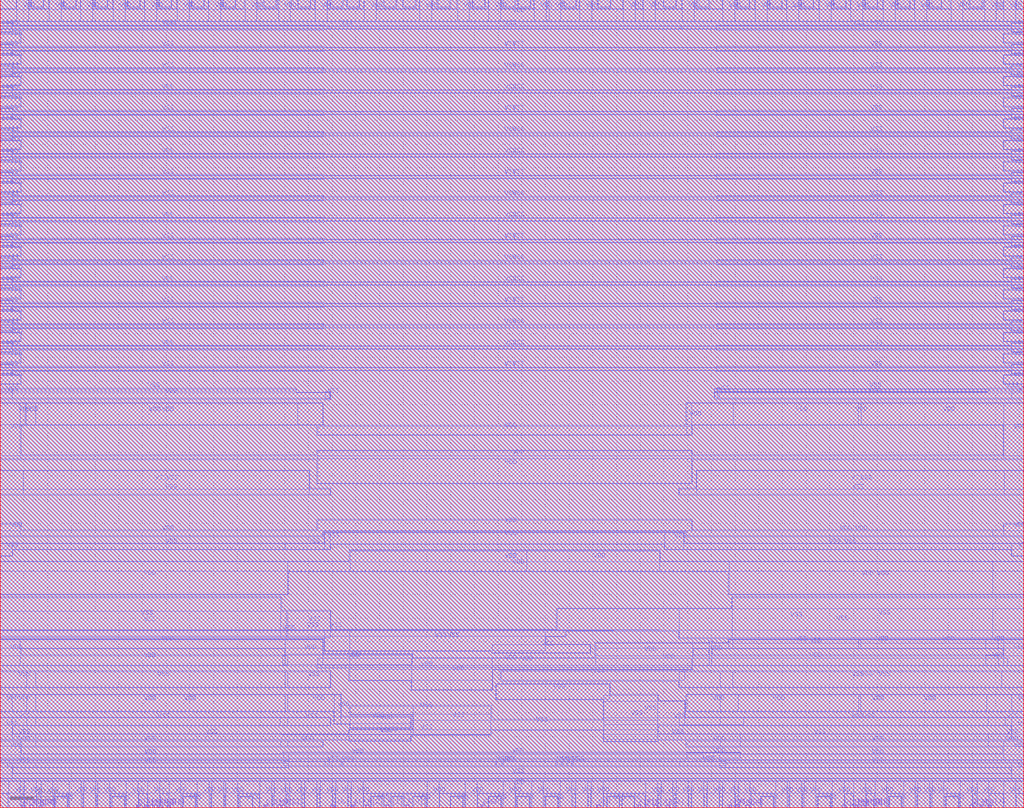
<source format=lef>
# Copyright 2022 GlobalFoundries PDK Authors
#
# Licensed under the Apache License, Version 2.0 (the "License");
# you may not use this file except in compliance with the License.
# You may obtain a copy of the License at
#
#     http://www.apache.org/licenses/LICENSE-2.0
#
# Unless required by applicable law or agreed to in writing, software
# distributed under the License is distributed on an "AS IS" BASIS,
# WITHOUT WARRANTIES OR CONDITIONS OF ANY KIND, either express or implied.
# See the License for the specific language governing permissions and
# limitations under the License.

#=====================================
# Revision: 1.1
#=====================================

VERSION 5.8 ;
BUSBITCHARS "[]" ;
DIVIDERCHAR "/" ;

UNITS
  DATABASE MICRONS   1000 ;
END UNITS

MANUFACTURINGGRID   0.005 ;



MACRO gf180mcu_fd_ip_sram__sram256x8m8wm1
  CLASS BLOCK ;
  ORIGIN 0 0 ;
  FOREIGN gf180mcu_fd_ip_sram__sram256x8m8wm1 0 0 ;
  SIZE 431.86 BY 340.88 ;
  SYMMETRY X Y R90 ;
  PIN A[0]
    DIRECTION INPUT ;
    USE SIGNAL ;
    ANTENNADIFFAREA 1.9976 LAYER Metal2 ;
    PORT
      LAYER Metal2 ;
        RECT 171.215 0 172.335 1 ;
    END
  END A[0]
  PIN A[1]
    DIRECTION INPUT ;
    USE SIGNAL ;
    ANTENNADIFFAREA 1.9976 LAYER Metal2 ;
    PORT
      LAYER Metal2 ;
        RECT 162.76 0 163.88 1 ;
    END
  END A[1]
  PIN A[2]
    DIRECTION INPUT ;
    USE SIGNAL ;
    ANTENNADIFFAREA 1.9976 LAYER Metal2 ;
    PORT
      LAYER Metal2 ;
        RECT 154.295 0 155.415 1 ;
    END
  END A[2]
  PIN A[3]
    DIRECTION INPUT ;
    USE SIGNAL ;
    ANTENNADIFFAREA 1.9976 LAYER Metal2 ;
    PORT
      LAYER Metal2 ;
        RECT 281.325 0 282.445 1 ;
    END
  END A[3]
  PIN A[4]
    DIRECTION INPUT ;
    USE SIGNAL ;
    ANTENNADIFFAREA 1.9976 LAYER Metal2 ;
    PORT
      LAYER Metal2 ;
        RECT 275.82 0 276.94 1 ;
    END
  END A[4]
  PIN A[5]
    DIRECTION INPUT ;
    USE SIGNAL ;
    ANTENNADIFFAREA 1.9976 LAYER Metal2 ;
    PORT
      LAYER Metal2 ;
        RECT 272.085 0 273.205 1 ;
    END
  END A[5]
  PIN A[6]
    DIRECTION INPUT ;
    USE SIGNAL ;
    ANTENNADIFFAREA 1.9976 LAYER Metal2 ;
    PORT
      LAYER Metal2 ;
        RECT 268.86 0 269.98 1 ;
    END
  END A[6]
  PIN A[7]
    DIRECTION INPUT ;
    USE SIGNAL ;
    ANTENNADIFFAREA 1.9976 LAYER Metal2 ;
    PORT
      LAYER Metal2 ;
        RECT 148.525 0 149.645 1 ;
    END
  END A[7]
  PIN CEN
    DIRECTION INPUT ;
    USE SIGNAL ;
    ANTENNADIFFAREA 1.9976 LAYER Metal2 ;
    PORT
      LAYER Metal2 ;
        RECT 251.71 0 252.83 1 ;
    END
  END CEN
  PIN CLK
    DIRECTION INPUT ;
    USE SIGNAL ;
      ANTENNAGATEAREA 44.7066 LAYER Metal3 ;
      ANTENNAGATEAREA 2.8680 LAYER Metal2 ;
    PORT
      LAYER Metal2 ;
        RECT 139.68 0 140.8 1 ;
    END
  END CLK
  PIN D[0]
    DIRECTION INPUT ;
    USE SIGNAL ;
      ANTENNAGATEAREA 1.152 LAYER Metal2 ;
    PORT
      LAYER Metal2 ;
        RECT 9.32 0 10.44 1 ;
    END
  END D[0]
  PIN D[1]
    DIRECTION INPUT ;
    USE SIGNAL ;
      ANTENNAGATEAREA 1.152 LAYER Metal2 ;
    PORT
      LAYER Metal2 ;
        RECT 61.03 0 62.15 1 ;
    END
  END D[1]
  PIN D[2]
    DIRECTION INPUT ;
    USE SIGNAL ;
      ANTENNAGATEAREA 1.152 LAYER Metal2 ;
    PORT
      LAYER Metal2 ;
        RECT 67.27 0 68.39 1 ;
    END
  END D[2]
  PIN D[3]
    DIRECTION INPUT ;
    USE SIGNAL ;
      ANTENNAGATEAREA 1.152 LAYER Metal2 ;
    PORT
      LAYER Metal2 ;
        RECT 118.975 0 120.095 1 ;
    END
  END D[3]
  PIN D[4]
    DIRECTION INPUT ;
    USE SIGNAL ;
      ANTENNAGATEAREA 1.152 LAYER Metal2 ;
    PORT
      LAYER Metal2 ;
        RECT 307.235 0 308.355 1 ;
    END
  END D[4]
  PIN D[5]
    DIRECTION INPUT ;
    USE SIGNAL ;
      ANTENNAGATEAREA 1.152 LAYER Metal2 ;
    PORT
      LAYER Metal2 ;
        RECT 358.91 0 360.03 1 ;
    END
  END D[5]
  PIN D[6]
    DIRECTION INPUT ;
    USE SIGNAL ;
      ANTENNAGATEAREA 1.152 LAYER Metal2 ;
    PORT
      LAYER Metal2 ;
        RECT 365.15 0 366.27 1 ;
    END
  END D[6]
  PIN D[7]
    DIRECTION INPUT ;
    USE SIGNAL ;
      ANTENNAGATEAREA 1.152 LAYER Metal2 ;
    PORT
      LAYER Metal2 ;
        RECT 416.86 0 417.98 1 ;
    END
  END D[7]
  PIN GWEN
    DIRECTION INPUT ;
    USE SIGNAL ;
      ANTENNAGATEAREA 14.466 LAYER Metal2 ;
    PORT
      LAYER Metal2 ;
        RECT 202.94 0 204.06 1 ;
    END
  END GWEN
  PIN Q[0]
    DIRECTION OUTPUT ;
    USE SIGNAL ;
    ANTENNADIFFAREA 11.328 LAYER Metal2 ;
    PORT
      LAYER Metal2 ;
        RECT 16.9 0 18.02 1 ;
    END
  END Q[0]
  PIN Q[1]
    DIRECTION OUTPUT ;
    USE SIGNAL ;
    ANTENNADIFFAREA 11.328 LAYER Metal2 ;
    PORT
      LAYER Metal2 ;
        RECT 57.665 0 58.785 1 ;
    END
  END Q[1]
  PIN Q[2]
    DIRECTION OUTPUT ;
    USE SIGNAL ;
    ANTENNADIFFAREA 11.328 LAYER Metal2 ;
    PORT
      LAYER Metal2 ;
        RECT 70.635 0 71.755 1 ;
    END
  END Q[2]
  PIN Q[3]
    DIRECTION OUTPUT ;
    USE SIGNAL ;
    ANTENNADIFFAREA 11.328 LAYER Metal2 ;
    PORT
      LAYER Metal2 ;
        RECT 111.395 0 112.515 1 ;
    END
  END Q[3]
  PIN Q[4]
    DIRECTION OUTPUT ;
    USE SIGNAL ;
    ANTENNADIFFAREA 11.328 LAYER Metal2 ;
    PORT
      LAYER Metal2 ;
        RECT 314.79 0 315.91 1 ;
    END
  END Q[4]
  PIN Q[5]
    DIRECTION OUTPUT ;
    USE SIGNAL ;
    ANTENNADIFFAREA 11.328 LAYER Metal2 ;
    PORT
      LAYER Metal2 ;
        RECT 355.545 0 356.665 1 ;
    END
  END Q[5]
  PIN Q[6]
    DIRECTION OUTPUT ;
    USE SIGNAL ;
    ANTENNADIFFAREA 11.328 LAYER Metal2 ;
    PORT
      LAYER Metal2 ;
        RECT 368.515 0 369.635 1 ;
    END
  END Q[6]
  PIN Q[7]
    DIRECTION OUTPUT ;
    USE SIGNAL ;
    ANTENNADIFFAREA 11.328 LAYER Metal2 ;
    PORT
      LAYER Metal2 ;
        RECT 409.275 0 410.395 1 ;
    END
  END Q[7]
  PIN WEN[0]
    DIRECTION INPUT ;
    USE SIGNAL ;
      ANTENNAGATEAREA 1.938 LAYER Metal2 ;
    PORT
      LAYER Metal2 ;
        RECT 12.695 0 13.815 1 ;
    END
  END WEN[0]
  PIN WEN[1]
    DIRECTION INPUT ;
    USE SIGNAL ;
      ANTENNAGATEAREA 1.938 LAYER Metal2 ;
    PORT
      LAYER Metal2 ;
        RECT 63.02 0 64.14 1 ;
    END
  END WEN[1]
  PIN WEN[2]
    DIRECTION INPUT ;
    USE SIGNAL ;
      ANTENNAGATEAREA 1.938 LAYER Metal2 ;
    PORT
      LAYER Metal2 ;
        RECT 65.27 0 66.39 1 ;
    END
  END WEN[2]
  PIN WEN[3]
    DIRECTION INPUT ;
    USE SIGNAL ;
      ANTENNAGATEAREA 1.938 LAYER Metal2 ;
    PORT
      LAYER Metal2 ;
        RECT 117.02 0 118.14 1 ;
    END
  END WEN[3]
  PIN WEN[4]
    DIRECTION INPUT ;
    USE SIGNAL ;
      ANTENNAGATEAREA 1.938 LAYER Metal2 ;
    PORT
      LAYER Metal2 ;
        RECT 310.575 0 311.695 1 ;
    END
  END WEN[4]
  PIN WEN[5]
    DIRECTION INPUT ;
    USE SIGNAL ;
      ANTENNAGATEAREA 1.938 LAYER Metal2 ;
    PORT
      LAYER Metal2 ;
        RECT 360.9 0 362.02 1 ;
    END
  END WEN[5]
  PIN WEN[6]
    DIRECTION INPUT ;
    USE SIGNAL ;
      ANTENNAGATEAREA 1.938 LAYER Metal2 ;
    PORT
      LAYER Metal2 ;
        RECT 363.15 0 364.27 1 ;
    END
  END WEN[6]
  PIN WEN[7]
    DIRECTION INPUT ;
    USE SIGNAL ;
      ANTENNAGATEAREA 1.938 LAYER Metal2 ;
    PORT
      LAYER Metal2 ;
        RECT 413.475 0 414.595 1 ;
    END
  END WEN[7]
  PIN VDD
    DIRECTION INOUT ;
    USE POWER ;
    PORT
      LAYER Metal3 ;
        RECT 0 322.88 8.53 326.38 ;
    END
    PORT
      LAYER Metal3 ;
        RECT 0 313.88 8.53 317.38 ;
    END
    PORT
      LAYER Metal3 ;
        RECT 0 304.88 8.53 308.38 ;
    END
    PORT
      LAYER Metal3 ;
        RECT 0 295.88 8.53 299.38 ;
    END
    PORT
      LAYER Metal3 ;
        RECT 0 286.88 8.53 290.38 ;
    END
    PORT
      LAYER Metal3 ;
        RECT 0 277.88 8.53 281.38 ;
    END
    PORT
      LAYER Metal3 ;
        RECT 0 268.88 8.53 272.38 ;
    END
    PORT
      LAYER Metal3 ;
        RECT 0 259.88 8.53 263.38 ;
    END
    PORT
      LAYER Metal3 ;
        RECT 0 250.88 8.53 254.38 ;
    END
    PORT
      LAYER Metal3 ;
        RECT 0 241.88 8.53 245.38 ;
    END
    PORT
      LAYER Metal3 ;
        RECT 0 232.88 8.53 236.38 ;
    END
    PORT
      LAYER Metal3 ;
        RECT 0 223.88 8.53 227.38 ;
    END
    PORT
      LAYER Metal3 ;
        RECT 0 214.88 8.53 218.38 ;
    END
    PORT
      LAYER Metal3 ;
        RECT 0 205.88 8.53 209.38 ;
    END
    PORT
      LAYER Metal3 ;
        RECT 0 196.88 8.53 200.38 ;
    END
    PORT
      LAYER Metal3 ;
        RECT 0 187.88 8.53 191.38 ;
    END
    PORT
      LAYER Metal3 ;
        RECT 0 178.88 8.53 182.38 ;
    END
    PORT
      LAYER Metal3 ;
        RECT 0 40.76 5.07 47.575 ;
    END
    PORT
      LAYER Metal3 ;
        RECT 0 40.76 15.055 47.57 ;
    END
    PORT
      LAYER Metal3 ;
        RECT 11.13 40.77 143.645 47.575 ;
    END
    PORT
      LAYER Metal3 ;
        RECT 0 40.765 121.25 47.57 ;
    END
    PORT
      LAYER Metal3 ;
        RECT 140.89 35.42 143.645 47.58 ;
    END
    PORT
      LAYER Metal3 ;
        RECT 120.235 40.77 143.645 47.58 ;
    END
    PORT
      LAYER Metal3 ;
        RECT 147.685 33.72 173.11 38.26 ;
    END
    PORT
      LAYER Metal3 ;
        RECT 140.89 35.42 173.11 38.26 ;
    END
    PORT
      LAYER Metal3 ;
        RECT 7.005 331.88 12.005 340.88 ;
    END
    PORT
      LAYER Metal3 ;
        RECT 20.685 331.88 25.685 340.88 ;
    END
    PORT
      LAYER Metal3 ;
        RECT 34.005 331.88 39.005 340.88 ;
    END
    PORT
      LAYER Metal3 ;
        RECT 47.685 331.88 52.685 340.88 ;
    END
    PORT
      LAYER Metal3 ;
        RECT 61.005 331.88 66.005 340.88 ;
    END
    PORT
      LAYER Metal3 ;
        RECT 74.685 331.88 79.685 340.88 ;
    END
    PORT
      LAYER Metal3 ;
        RECT 88.005 331.88 93.005 340.88 ;
    END
    PORT
      LAYER Metal3 ;
        RECT 103.265 331.88 108.265 340.88 ;
    END
    PORT
      LAYER Metal3 ;
        RECT 117.415 331.88 122.415 340.88 ;
    END
    PORT
      LAYER Metal3 ;
        RECT 132.86 331.88 137.86 340.88 ;
    END
    PORT
      LAYER Metal3 ;
        RECT 153.55 331.88 158.55 340.88 ;
    END
    PORT
      LAYER Metal3 ;
        RECT 177.075 331.88 182.075 340.88 ;
    END
    PORT
      LAYER Metal3 ;
        RECT 192.925 331.88 197.925 340.88 ;
    END
    PORT
      LAYER Metal3 ;
        RECT 206.15 331.88 211.15 340.88 ;
    END
    PORT
      LAYER Metal3 ;
        RECT 225.345 331.88 230.345 340.88 ;
    END
    PORT
      LAYER Metal3 ;
        RECT 231.565 331.88 236.565 340.88 ;
    END
    PORT
      LAYER Metal3 ;
        RECT 244.505 331.88 249.505 340.88 ;
    END
    PORT
      LAYER Metal3 ;
        RECT 262.845 331.88 267.845 340.88 ;
    END
    PORT
      LAYER Metal3 ;
        RECT 271.31 331.88 276.31 340.88 ;
    END
    PORT
      LAYER Metal3 ;
        RECT 287.735 331.88 292.735 340.88 ;
    END
    PORT
      LAYER Metal3 ;
        RECT 304.885 331.88 309.885 340.88 ;
    END
    PORT
      LAYER Metal3 ;
        RECT 318.565 331.88 323.565 340.88 ;
    END
    PORT
      LAYER Metal3 ;
        RECT 331.89 331.88 336.89 340.88 ;
    END
    PORT
      LAYER Metal3 ;
        RECT 331.885 337.84 336.89 340.88 ;
    END
    PORT
      LAYER Metal3 ;
        RECT 345.565 331.88 350.565 340.88 ;
    END
    PORT
      LAYER Metal3 ;
        RECT 358.885 331.88 363.885 340.88 ;
    END
    PORT
      LAYER Metal3 ;
        RECT 372.565 331.88 377.565 340.88 ;
    END
    PORT
      LAYER Metal3 ;
        RECT 385.885 331.88 390.885 340.88 ;
    END
    PORT
      LAYER Metal3 ;
        RECT 401.145 331.88 406.145 340.88 ;
    END
    PORT
      LAYER Metal3 ;
        RECT 415.295 331.88 420.295 340.88 ;
    END
    PORT
      LAYER Metal3 ;
        RECT 423.33 331.88 428.33 340.88 ;
    END
    PORT
      LAYER Metal3 ;
        RECT 0 331.88 431.86 336.88 ;
    END
    PORT
      LAYER Metal3 ;
        RECT 423.33 322.88 431.86 326.38 ;
    END
    PORT
      LAYER Metal3 ;
        RECT 423.33 313.88 431.86 317.38 ;
    END
    PORT
      LAYER Metal3 ;
        RECT 423.33 304.88 431.86 308.38 ;
    END
    PORT
      LAYER Metal3 ;
        RECT 423.33 295.88 431.86 299.38 ;
    END
    PORT
      LAYER Metal3 ;
        RECT 423.33 286.88 431.86 290.38 ;
    END
    PORT
      LAYER Metal3 ;
        RECT 423.33 277.88 431.86 281.38 ;
    END
    PORT
      LAYER Metal3 ;
        RECT 423.33 268.88 431.86 272.38 ;
    END
    PORT
      LAYER Metal3 ;
        RECT 423.33 259.88 431.86 263.38 ;
    END
    PORT
      LAYER Metal3 ;
        RECT 423.33 250.88 431.86 254.38 ;
    END
    PORT
      LAYER Metal3 ;
        RECT 423.33 241.88 431.86 245.38 ;
    END
    PORT
      LAYER Metal3 ;
        RECT 423.33 232.88 431.86 236.38 ;
    END
    PORT
      LAYER Metal3 ;
        RECT 423.33 223.88 431.86 227.38 ;
    END
    PORT
      LAYER Metal3 ;
        RECT 423.33 214.88 431.86 218.38 ;
    END
    PORT
      LAYER Metal3 ;
        RECT 423.33 205.88 431.86 209.38 ;
    END
    PORT
      LAYER Metal3 ;
        RECT 423.33 196.88 431.86 200.38 ;
    END
    PORT
      LAYER Metal3 ;
        RECT 423.33 187.88 431.86 191.38 ;
    END
    PORT
      LAYER Metal3 ;
        RECT 423.33 178.88 431.86 182.38 ;
    END
    PORT
      LAYER Metal3 ;
        RECT 0 147.15 8.53 170.625 ;
    END
    PORT
      LAYER Metal3 ;
        RECT 10.475 161.575 10.94 170.63 ;
    END
    PORT
      LAYER Metal3 ;
        RECT 0 161.575 15.055 170.625 ;
    END
    PORT
      LAYER Metal3 ;
        RECT 0 161.58 125.425 170.625 ;
    END
    PORT
      LAYER Metal3 ;
        RECT 0 161.59 136.07 170.62 ;
    END
    PORT
      LAYER Metal3 ;
        RECT 133.86 157.43 291.755 160.995 ;
    END
    PORT
      LAYER Metal3 ;
        RECT 133.86 136.91 291.755 150.525 ;
    END
    PORT
      LAYER Metal3 ;
        RECT 289.54 157.43 291.755 170.62 ;
    END
    PORT
      LAYER Metal3 ;
        RECT 309.265 161.575 361.915 170.625 ;
    END
    PORT
      LAYER Metal3 ;
        RECT 289.54 161.575 431.86 170.62 ;
    END
    PORT
      LAYER Metal3 ;
        RECT 0 147.15 431.86 148.57 ;
    END
    PORT
      LAYER Metal3 ;
        RECT 423.33 147.15 431.86 170.625 ;
    END
    PORT
      LAYER Metal3 ;
        RECT 363.265 161.575 431.86 170.625 ;
    END
    PORT
      LAYER Metal3 ;
        RECT 0 114.69 8.53 119.69 ;
    END
    PORT
      LAYER Metal3 ;
        RECT 0 114.69 136.07 116.9 ;
    END
    PORT
      LAYER Metal3 ;
        RECT 133.85 116.85 291.74 121.39 ;
    END
    PORT
      LAYER Metal3 ;
        RECT 289.54 114.685 418.815 116.9 ;
    END
    PORT
      LAYER Metal3 ;
        RECT 289.54 114.69 431.86 116.9 ;
    END
    PORT
      LAYER Metal3 ;
        RECT 423.33 114.69 431.86 119.69 ;
    END
    PORT
      LAYER Metal3 ;
        RECT 0 90.08 121.25 103.695 ;
    END
    PORT
      LAYER Metal3 ;
        RECT 147.565 99.845 278.225 108.125 ;
    END
    PORT
      LAYER Metal3 ;
        RECT 147.605 99.845 278.225 108.535 ;
    END
    PORT
      LAYER Metal3 ;
        RECT 222.16 99.845 278.225 108.54 ;
    END
    PORT
      LAYER Metal3 ;
        RECT 307.51 90.075 418.815 103.695 ;
    END
    PORT
      LAYER Metal3 ;
        RECT 307.51 90.08 431.86 103.695 ;
    END
    PORT
      LAYER Metal3 ;
        RECT 0 99.845 431.86 103.695 ;
    END
    PORT
      LAYER Metal3 ;
        RECT 0 60.18 8.53 70.89 ;
    END
    PORT
      LAYER Metal3 ;
        RECT 119.105 60.23 173.805 64.235 ;
    END
    PORT
      LAYER Metal3 ;
        RECT 0 67.305 136.07 70.89 ;
    END
    PORT
      LAYER Metal3 ;
        RECT 0 60.18 121.25 64.23 ;
    END
    PORT
      LAYER Metal3 ;
        RECT 120.235 60.23 136.07 70.895 ;
    END
    PORT
      LAYER Metal3 ;
        RECT 120.235 60.23 173.805 64.67 ;
    END
    PORT
      LAYER Metal3 ;
        RECT 173.705 49.86 207.58 63.03 ;
    END
    PORT
      LAYER Metal3 ;
        RECT 147.39 53.78 207.58 63.03 ;
    END
    PORT
      LAYER Metal3 ;
        RECT 147.39 58.485 291.755 63.03 ;
    END
    PORT
      LAYER Metal3 ;
        RECT 133.86 59.22 291.755 63.03 ;
    END
    PORT
      LAYER Metal3 ;
        RECT 251.14 60.175 292.105 69.33 ;
    END
    PORT
      LAYER Metal3 ;
        RECT 299.13 60.175 300.13 70.085 ;
    END
    PORT
      LAYER Metal3 ;
        RECT 251.14 67.305 431.86 69.33 ;
    END
    PORT
      LAYER Metal3 ;
        RECT 309.035 67.305 362.145 70.89 ;
    END
    PORT
      LAYER Metal3 ;
        RECT 307.4 67.305 431.86 70.885 ;
    END
    PORT
      LAYER Metal3 ;
        RECT 415.845 60.175 421.105 64.235 ;
    END
    PORT
      LAYER Metal3 ;
        RECT 415.845 67.305 421.105 70.895 ;
    END
    PORT
      LAYER Metal3 ;
        RECT 251.14 60.18 431.86 64.23 ;
    END
    PORT
      LAYER Metal3 ;
        RECT 133.86 60.175 424.995 63.03 ;
    END
    PORT
      LAYER Metal3 ;
        RECT 423.33 60.18 431.86 70.89 ;
    END
    PORT
      LAYER Metal3 ;
        RECT 363.035 67.305 431.86 70.89 ;
    END
    PORT
      LAYER Metal3 ;
        RECT 289.545 40.77 311.39 47.58 ;
    END
    PORT
      LAYER Metal3 ;
        RECT 289.545 40.77 362.17 47.575 ;
    END
    PORT
      LAYER Metal3 ;
        RECT 363.01 40.76 416.17 47.575 ;
    END
    PORT
      LAYER Metal3 ;
        RECT 303.68 40.76 431.86 47.57 ;
    END
    PORT
      LAYER Metal3 ;
        RECT 426.79 40.76 431.86 47.575 ;
    END
    PORT
      LAYER Metal3 ;
        RECT 0 20.3 8.56 28.145 ;
    END
    PORT
      LAYER Metal3 ;
        RECT 0 25.865 15.055 28.145 ;
    END
    PORT
      LAYER Metal3 ;
        RECT 0 25.87 121.25 28.145 ;
    END
    PORT
      LAYER Metal3 ;
        RECT 0 20.3 121.705 22.575 ;
    END
    PORT
      LAYER Metal3 ;
        RECT 118.435 25.875 136.07 28.15 ;
    END
    PORT
      LAYER Metal3 ;
        RECT 119.545 20.83 312.145 23.095 ;
    END
    PORT
      LAYER Metal3 ;
        RECT 0 20.82 296.615 22.575 ;
    END
    PORT
      LAYER Metal3 ;
        RECT 289.545 20.83 312.145 23.105 ;
    END
    PORT
      LAYER Metal3 ;
        RECT 289.545 25.875 312.145 28.15 ;
    END
    PORT
      LAYER Metal3 ;
        RECT 303.495 20.3 431.86 22.575 ;
    END
    PORT
      LAYER Metal3 ;
        RECT 416.805 25.865 431.86 28.145 ;
    END
    PORT
      LAYER Metal3 ;
        RECT 303.68 25.87 431.86 28.145 ;
    END
    PORT
      LAYER Metal3 ;
        RECT 423.3 20.3 431.86 28.145 ;
    END
    PORT
      LAYER Metal3 ;
        RECT 3.53 0 8.53 11.16 ;
    END
    PORT
      LAYER Metal3 ;
        RECT 10.195 0 15.195 11.16 ;
    END
    PORT
      LAYER Metal3 ;
        RECT 17.21 0 22.21 11.16 ;
    END
    PORT
      LAYER Metal3 ;
        RECT 29.21 0 34.21 11.16 ;
    END
    PORT
      LAYER Metal3 ;
        RECT 35.21 0 40.21 11.16 ;
    END
    PORT
      LAYER Metal3 ;
        RECT 41.21 0 46.21 11.16 ;
    END
    PORT
      LAYER Metal3 ;
        RECT 53.21 0 58.21 11.16 ;
    END
    PORT
      LAYER Metal3 ;
        RECT 62.215 0 67.215 11.16 ;
    END
    PORT
      LAYER Metal3 ;
        RECT 71.21 0 76.21 11.16 ;
    END
    PORT
      LAYER Metal3 ;
        RECT 83.21 0 88.21 11.16 ;
    END
    PORT
      LAYER Metal3 ;
        RECT 89.21 0 94.21 11.16 ;
    END
    PORT
      LAYER Metal3 ;
        RECT 95.21 0 100.21 11.16 ;
    END
    PORT
      LAYER Metal3 ;
        RECT 109.55 0 114.55 11.16 ;
    END
    PORT
      LAYER Metal3 ;
        RECT 115.55 0 120.55 11.16 ;
    END
    PORT
      LAYER Metal3 ;
        RECT 122.05 0 127.05 11.16 ;
    END
    PORT
      LAYER Metal3 ;
        RECT 128.55 0 133.55 11.16 ;
    END
    PORT
      LAYER Metal3 ;
        RECT 135.05 0 140.05 11.16 ;
    END
    PORT
      LAYER Metal3 ;
        RECT 141.55 0 146.55 11.16 ;
    END
    PORT
      LAYER Metal3 ;
        RECT 148.05 0 153.05 11.16 ;
    END
    PORT
      LAYER Metal3 ;
        RECT 180.155 0 185.155 11.16 ;
    END
    PORT
      LAYER Metal3 ;
        RECT 196.14 0 201.14 11.16 ;
    END
    PORT
      LAYER Metal3 ;
        RECT 212.165 0 217.165 11.16 ;
    END
    PORT
      LAYER Metal3 ;
        RECT 224.165 0 229.165 11.16 ;
    END
    PORT
      LAYER Metal3 ;
        RECT 236.165 0 241.165 11.16 ;
    END
    PORT
      LAYER Metal3 ;
        RECT 242.83 0 247.83 11.16 ;
    END
    PORT
      LAYER Metal3 ;
        RECT 249.38 0 254.38 11.16 ;
    END
    PORT
      LAYER Metal3 ;
        RECT 272.29 0 277.29 11.16 ;
    END
    PORT
      LAYER Metal3 ;
        RECT 278.79 0 283.79 11.16 ;
    END
    PORT
      LAYER Metal3 ;
        RECT 285.29 0 290.29 11.16 ;
    END
    PORT
      LAYER Metal3 ;
        RECT 291.79 0 296.79 11.16 ;
    END
    PORT
      LAYER Metal3 ;
        RECT 298.29 0 303.29 11.16 ;
    END
    PORT
      LAYER Metal3 ;
        RECT 304.79 0 309.79 11.16 ;
    END
    PORT
      LAYER Metal3 ;
        RECT 311.475 0 316.475 11.16 ;
    END
    PORT
      LAYER Metal3 ;
        RECT 327.09 0 332.09 11.16 ;
    END
    PORT
      LAYER Metal3 ;
        RECT 333.09 0 338.09 11.16 ;
    END
    PORT
      LAYER Metal3 ;
        RECT 339.09 0 344.09 11.16 ;
    END
    PORT
      LAYER Metal3 ;
        RECT 351.09 0 356.09 11.16 ;
    END
    PORT
      LAYER Metal3 ;
        RECT 360.085 0 365.085 11.16 ;
    END
    PORT
      LAYER Metal3 ;
        RECT 369.09 0 374.09 11.16 ;
    END
    PORT
      LAYER Metal3 ;
        RECT 381.09 0 386.09 11.16 ;
    END
    PORT
      LAYER Metal3 ;
        RECT 387.09 0 392.09 11.16 ;
    END
    PORT
      LAYER Metal3 ;
        RECT 393.09 0 398.09 11.16 ;
    END
    PORT
      LAYER Metal3 ;
        RECT 405.09 0 410.09 11.16 ;
    END
    PORT
      LAYER Metal3 ;
        RECT 412.095 0 417.095 11.16 ;
    END
    PORT
      LAYER Metal3 ;
        RECT 423.33 0 428.33 11.16 ;
    END
    PORT
      LAYER Metal3 ;
        RECT 0 6.16 431.86 11.16 ;
    END
  END VDD
  PIN VSS
    DIRECTION INOUT ;
    USE GROUND ;
    PORT
      LAYER Metal3 ;
        RECT 13.13 337.84 18.13 340.88 ;
    END
    PORT
      LAYER Metal3 ;
        RECT 23.21 0 28.21 4.66 ;
    END
    PORT
      LAYER Metal3 ;
        RECT 26.81 337.84 31.81 340.88 ;
    END
    PORT
      LAYER Metal3 ;
        RECT 40.13 337.84 45.13 340.88 ;
    END
    PORT
      LAYER Metal3 ;
        RECT 47.21 0 52.21 4.66 ;
    END
    PORT
      LAYER Metal3 ;
        RECT 53.81 337.84 58.81 340.88 ;
    END
    PORT
      LAYER Metal3 ;
        RECT 67.13 337.84 72.13 340.88 ;
    END
    PORT
      LAYER Metal3 ;
        RECT 77.21 0 82.21 4.66 ;
    END
    PORT
      LAYER Metal3 ;
        RECT 80.81 337.84 85.81 340.88 ;
    END
    PORT
      LAYER Metal3 ;
        RECT 94.13 337.84 99.13 340.88 ;
    END
    PORT
      LAYER Metal3 ;
        RECT 101.21 0 106.21 4.66 ;
    END
    PORT
      LAYER Metal3 ;
        RECT 111.29 337.84 116.29 340.88 ;
    END
    PORT
      LAYER Metal3 ;
        RECT 125.79 337.84 130.79 340.88 ;
    END
    PORT
      LAYER Metal3 ;
        RECT 0 132.175 130.35 142.08 ;
    END
    PORT
      LAYER Metal3 ;
        RECT 9.77 132.175 130.35 142.17 ;
    END
    PORT
      LAYER Metal3 ;
        RECT 0 132.175 139.14 134.45 ;
    END
    PORT
      LAYER Metal3 ;
        RECT 0 50.88 15.055 57.465 ;
    END
    PORT
      LAYER Metal3 ;
        RECT 11.245 50.87 121.25 57.455 ;
    END
    PORT
      LAYER Metal3 ;
        RECT 11.145 50.875 121.25 57.455 ;
    END
    PORT
      LAYER Metal3 ;
        RECT 120.235 50.88 139.14 57.465 ;
    END
    PORT
      LAYER Metal3 ;
        RECT 0 172.68 5.07 176.63 ;
    END
    PORT
      LAYER Metal3 ;
        RECT 0 175.63 124.585 176.63 ;
    END
    PORT
      LAYER Metal3 ;
        RECT 137.21 172.47 138.91 175.31 ;
    END
    PORT
      LAYER Metal3 ;
        RECT 0 172.68 139.15 175.08 ;
    END
    PORT
      LAYER Metal3 ;
        RECT 139.385 337.84 144.385 340.88 ;
    END
    PORT
      LAYER Metal3 ;
        RECT 146.365 337.84 151.365 340.88 ;
    END
    PORT
      LAYER Metal3 ;
        RECT 156.62 0 161.62 4.66 ;
    END
    PORT
      LAYER Metal3 ;
        RECT 161.905 337.84 166.905 340.88 ;
    END
    PORT
      LAYER Metal3 ;
        RECT 165.11 0 170.11 4.66 ;
    END
    PORT
      LAYER Metal3 ;
        RECT 170.12 337.84 175.12 340.88 ;
    END
    PORT
      LAYER Metal3 ;
        RECT 174.155 0 179.155 4.66 ;
    END
    PORT
      LAYER Metal3 ;
        RECT 184.74 337.84 189.74 340.88 ;
    END
    PORT
      LAYER Metal3 ;
        RECT 190.14 0 195.14 4.66 ;
    END
    PORT
      LAYER Metal3 ;
        RECT 199.41 337.84 204.41 340.88 ;
    END
    PORT
      LAYER Metal3 ;
        RECT 206.165 0 211.165 4.66 ;
    END
    PORT
      LAYER Metal3 ;
        RECT 212.15 337.84 217.15 340.88 ;
    END
    PORT
      LAYER Metal3 ;
        RECT 218.165 0 223.165 4.66 ;
    END
    PORT
      LAYER Metal3 ;
        RECT 218.565 337.84 223.565 340.88 ;
    END
    PORT
      LAYER Metal3 ;
        RECT 230.165 0 235.165 4.66 ;
    END
    PORT
      LAYER Metal3 ;
        RECT 237.69 337.84 242.69 340.88 ;
    END
    PORT
      LAYER Metal3 ;
        RECT 252.325 337.84 257.325 340.88 ;
    END
    PORT
      LAYER Metal3 ;
        RECT 256.165 0 261.165 4.66 ;
    END
    PORT
      LAYER Metal3 ;
        RECT 262.39 0 267.39 4.66 ;
    END
    PORT
      LAYER Metal3 ;
        RECT 279.95 337.84 284.95 340.88 ;
    END
    PORT
      LAYER Metal3 ;
        RECT 293.955 337.84 298.955 340.88 ;
    END
    PORT
      LAYER Metal3 ;
        RECT 311.01 337.84 316.01 340.88 ;
    END
    PORT
      LAYER Metal3 ;
        RECT 321.09 0 326.09 4.66 ;
    END
    PORT
      LAYER Metal3 ;
        RECT 324.69 337.84 329.69 340.88 ;
    END
    PORT
      LAYER Metal3 ;
        RECT 338.01 337.84 343.015 340.88 ;
    END
    PORT
      LAYER Metal3 ;
        RECT 345.09 0 350.09 4.66 ;
    END
    PORT
      LAYER Metal3 ;
        RECT 351.69 337.84 356.69 340.88 ;
    END
    PORT
      LAYER Metal3 ;
        RECT 365.01 337.84 370.01 340.88 ;
    END
    PORT
      LAYER Metal3 ;
        RECT 375.09 0 380.09 4.66 ;
    END
    PORT
      LAYER Metal3 ;
        RECT 378.69 337.84 383.69 340.88 ;
    END
    PORT
      LAYER Metal3 ;
        RECT 392.01 337.84 397.01 340.88 ;
    END
    PORT
      LAYER Metal3 ;
        RECT 399.09 0 404.09 4.66 ;
    END
    PORT
      LAYER Metal3 ;
        RECT 409.17 337.84 414.17 340.88 ;
    END
    PORT
      LAYER Metal3 ;
        RECT 0 327.38 5.07 330.88 ;
    END
    PORT
      LAYER Metal3 ;
        RECT 0 328.38 136.36 329.88 ;
    END
    PORT
      LAYER Metal3 ;
        RECT 0 328.63 138.895 329.64 ;
    END
    PORT
      LAYER Metal3 ;
        RECT 152.01 328.63 273.11 329.64 ;
    END
    PORT
      LAYER Metal3 ;
        RECT 0 328.635 287.47 329.64 ;
    END
    PORT
      LAYER Metal3 ;
        RECT 287.05 328.63 431.86 329.63 ;
    END
    PORT
      LAYER Metal3 ;
        RECT 302.355 328.38 431.86 329.88 ;
    END
    PORT
      LAYER Metal3 ;
        RECT 426.79 327.38 431.86 330.88 ;
    END
    PORT
      LAYER Metal3 ;
        RECT 0 318.38 5.07 321.88 ;
    END
    PORT
      LAYER Metal3 ;
        RECT 0 319.38 136.36 320.88 ;
    END
    PORT
      LAYER Metal3 ;
        RECT 152.015 319.63 273.11 320.64 ;
    END
    PORT
      LAYER Metal3 ;
        RECT 0 319.635 431.86 320.64 ;
    END
    PORT
      LAYER Metal3 ;
        RECT 302.355 319.38 431.86 320.88 ;
    END
    PORT
      LAYER Metal3 ;
        RECT 426.79 318.38 431.86 321.88 ;
    END
    PORT
      LAYER Metal3 ;
        RECT 0 309.38 5.07 312.88 ;
    END
    PORT
      LAYER Metal3 ;
        RECT 0 310.38 136.36 311.88 ;
    END
    PORT
      LAYER Metal3 ;
        RECT 152.015 310.63 273.11 311.64 ;
    END
    PORT
      LAYER Metal3 ;
        RECT 0 310.635 431.86 311.64 ;
    END
    PORT
      LAYER Metal3 ;
        RECT 302.355 310.38 431.86 311.88 ;
    END
    PORT
      LAYER Metal3 ;
        RECT 426.79 309.38 431.86 312.88 ;
    END
    PORT
      LAYER Metal3 ;
        RECT 0 300.38 5.07 303.88 ;
    END
    PORT
      LAYER Metal3 ;
        RECT 0 301.38 136.36 302.88 ;
    END
    PORT
      LAYER Metal3 ;
        RECT 152.015 301.63 273.11 302.64 ;
    END
    PORT
      LAYER Metal3 ;
        RECT 0 301.635 431.86 302.64 ;
    END
    PORT
      LAYER Metal3 ;
        RECT 302.355 301.38 431.86 302.88 ;
    END
    PORT
      LAYER Metal3 ;
        RECT 426.79 300.38 431.86 303.88 ;
    END
    PORT
      LAYER Metal3 ;
        RECT 0 291.38 5.07 294.88 ;
    END
    PORT
      LAYER Metal3 ;
        RECT 0 292.38 136.36 293.88 ;
    END
    PORT
      LAYER Metal3 ;
        RECT 152.015 292.63 273.11 293.64 ;
    END
    PORT
      LAYER Metal3 ;
        RECT 0 292.635 431.86 293.64 ;
    END
    PORT
      LAYER Metal3 ;
        RECT 302.355 292.38 431.86 293.88 ;
    END
    PORT
      LAYER Metal3 ;
        RECT 426.79 291.38 431.86 294.88 ;
    END
    PORT
      LAYER Metal3 ;
        RECT 0 282.38 5.07 285.88 ;
    END
    PORT
      LAYER Metal3 ;
        RECT 0 283.38 136.36 284.88 ;
    END
    PORT
      LAYER Metal3 ;
        RECT 152.015 283.63 273.11 284.64 ;
    END
    PORT
      LAYER Metal3 ;
        RECT 0 283.635 431.86 284.64 ;
    END
    PORT
      LAYER Metal3 ;
        RECT 302.355 283.38 431.86 284.88 ;
    END
    PORT
      LAYER Metal3 ;
        RECT 426.79 282.38 431.86 285.88 ;
    END
    PORT
      LAYER Metal3 ;
        RECT 0 273.38 5.07 276.88 ;
    END
    PORT
      LAYER Metal3 ;
        RECT 0 274.38 136.36 275.88 ;
    END
    PORT
      LAYER Metal3 ;
        RECT 152.015 274.63 273.11 275.64 ;
    END
    PORT
      LAYER Metal3 ;
        RECT 0 274.635 431.86 275.64 ;
    END
    PORT
      LAYER Metal3 ;
        RECT 302.355 274.38 431.86 275.88 ;
    END
    PORT
      LAYER Metal3 ;
        RECT 426.79 273.38 431.86 276.88 ;
    END
    PORT
      LAYER Metal3 ;
        RECT 0 264.38 5.07 267.88 ;
    END
    PORT
      LAYER Metal3 ;
        RECT 0 265.38 136.36 266.88 ;
    END
    PORT
      LAYER Metal3 ;
        RECT 152.015 265.63 273.11 266.64 ;
    END
    PORT
      LAYER Metal3 ;
        RECT 0 265.635 431.86 266.64 ;
    END
    PORT
      LAYER Metal3 ;
        RECT 302.355 265.38 431.86 266.88 ;
    END
    PORT
      LAYER Metal3 ;
        RECT 426.79 264.38 431.86 267.88 ;
    END
    PORT
      LAYER Metal3 ;
        RECT 0 255.38 5.07 258.88 ;
    END
    PORT
      LAYER Metal3 ;
        RECT 0 256.38 136.36 257.88 ;
    END
    PORT
      LAYER Metal3 ;
        RECT 152.015 256.63 273.11 257.64 ;
    END
    PORT
      LAYER Metal3 ;
        RECT 0 256.635 431.86 257.64 ;
    END
    PORT
      LAYER Metal3 ;
        RECT 302.355 256.38 431.86 257.88 ;
    END
    PORT
      LAYER Metal3 ;
        RECT 426.79 255.38 431.86 258.88 ;
    END
    PORT
      LAYER Metal3 ;
        RECT 0 246.38 5.07 249.88 ;
    END
    PORT
      LAYER Metal3 ;
        RECT 0 247.38 136.36 248.88 ;
    END
    PORT
      LAYER Metal3 ;
        RECT 152.015 247.63 273.11 248.64 ;
    END
    PORT
      LAYER Metal3 ;
        RECT 0 247.635 431.86 248.64 ;
    END
    PORT
      LAYER Metal3 ;
        RECT 302.355 247.38 431.86 248.88 ;
    END
    PORT
      LAYER Metal3 ;
        RECT 426.79 246.38 431.86 249.88 ;
    END
    PORT
      LAYER Metal3 ;
        RECT 0 237.38 5.07 240.88 ;
    END
    PORT
      LAYER Metal3 ;
        RECT 0 238.38 136.36 239.88 ;
    END
    PORT
      LAYER Metal3 ;
        RECT 152.015 238.63 273.11 239.64 ;
    END
    PORT
      LAYER Metal3 ;
        RECT 0 238.635 431.86 239.64 ;
    END
    PORT
      LAYER Metal3 ;
        RECT 302.355 238.38 431.86 239.88 ;
    END
    PORT
      LAYER Metal3 ;
        RECT 426.79 237.38 431.86 240.88 ;
    END
    PORT
      LAYER Metal3 ;
        RECT 0 228.38 5.07 231.88 ;
    END
    PORT
      LAYER Metal3 ;
        RECT 0 229.38 136.36 230.88 ;
    END
    PORT
      LAYER Metal3 ;
        RECT 152.015 229.63 273.11 230.64 ;
    END
    PORT
      LAYER Metal3 ;
        RECT 0 229.635 431.86 230.64 ;
    END
    PORT
      LAYER Metal3 ;
        RECT 302.355 229.38 431.86 230.88 ;
    END
    PORT
      LAYER Metal3 ;
        RECT 426.79 228.38 431.86 231.88 ;
    END
    PORT
      LAYER Metal3 ;
        RECT 0 219.38 5.07 222.88 ;
    END
    PORT
      LAYER Metal3 ;
        RECT 0 220.38 136.36 221.88 ;
    END
    PORT
      LAYER Metal3 ;
        RECT 152.015 220.63 273.11 221.64 ;
    END
    PORT
      LAYER Metal3 ;
        RECT 0 220.635 431.86 221.64 ;
    END
    PORT
      LAYER Metal3 ;
        RECT 302.355 220.38 431.86 221.88 ;
    END
    PORT
      LAYER Metal3 ;
        RECT 426.79 219.38 431.86 222.88 ;
    END
    PORT
      LAYER Metal3 ;
        RECT 0 210.38 5.07 213.88 ;
    END
    PORT
      LAYER Metal3 ;
        RECT 0 211.38 136.36 212.88 ;
    END
    PORT
      LAYER Metal3 ;
        RECT 152.015 211.63 273.11 212.64 ;
    END
    PORT
      LAYER Metal3 ;
        RECT 0 211.635 431.86 212.64 ;
    END
    PORT
      LAYER Metal3 ;
        RECT 302.355 211.38 431.86 212.88 ;
    END
    PORT
      LAYER Metal3 ;
        RECT 426.79 210.38 431.86 213.88 ;
    END
    PORT
      LAYER Metal3 ;
        RECT 0 201.38 5.07 204.88 ;
    END
    PORT
      LAYER Metal3 ;
        RECT 0 202.38 136.36 203.88 ;
    END
    PORT
      LAYER Metal3 ;
        RECT 152.015 202.63 273.11 203.64 ;
    END
    PORT
      LAYER Metal3 ;
        RECT 0 202.635 431.86 203.64 ;
    END
    PORT
      LAYER Metal3 ;
        RECT 302.355 202.38 431.86 203.88 ;
    END
    PORT
      LAYER Metal3 ;
        RECT 426.79 201.38 431.86 204.88 ;
    END
    PORT
      LAYER Metal3 ;
        RECT 0 192.38 5.07 195.88 ;
    END
    PORT
      LAYER Metal3 ;
        RECT 0 193.38 136.36 194.88 ;
    END
    PORT
      LAYER Metal3 ;
        RECT 152.015 193.63 273.11 194.64 ;
    END
    PORT
      LAYER Metal3 ;
        RECT 0 193.635 431.86 194.64 ;
    END
    PORT
      LAYER Metal3 ;
        RECT 302.355 193.38 431.86 194.88 ;
    END
    PORT
      LAYER Metal3 ;
        RECT 426.79 192.38 431.86 195.88 ;
    END
    PORT
      LAYER Metal3 ;
        RECT 0 183.38 5.07 186.88 ;
    END
    PORT
      LAYER Metal3 ;
        RECT 0 184.38 136.36 185.88 ;
    END
    PORT
      LAYER Metal3 ;
        RECT 152.015 184.63 273.11 185.64 ;
    END
    PORT
      LAYER Metal3 ;
        RECT 0 184.635 431.86 185.64 ;
    END
    PORT
      LAYER Metal3 ;
        RECT 302.355 184.38 431.86 185.88 ;
    END
    PORT
      LAYER Metal3 ;
        RECT 426.79 183.38 431.86 186.88 ;
    END
    PORT
      LAYER Metal3 ;
        RECT 302.795 172.68 303.235 176.935 ;
    END
    PORT
      LAYER Metal3 ;
        RECT 301.41 175.79 431.86 176.49 ;
    END
    PORT
      LAYER Metal3 ;
        RECT 301.41 172.68 431.86 175.08 ;
    END
    PORT
      LAYER Metal3 ;
        RECT 426.79 172.68 431.86 176.63 ;
    END
    PORT
      LAYER Metal3 ;
        RECT 416.8 175.63 431.86 176.63 ;
    END
    PORT
      LAYER Metal3 ;
        RECT 286.475 132.175 431.86 134.45 ;
    END
    PORT
      LAYER Metal3 ;
        RECT 293.925 132.175 423.585 142.17 ;
    END
    PORT
      LAYER Metal3 ;
        RECT 293.925 132.175 431.86 142.08 ;
    END
    PORT
      LAYER Metal3 ;
        RECT 0 106.41 5.07 111.41 ;
    END
    PORT
      LAYER Metal3 ;
        RECT 120.18 109.13 139.13 111.41 ;
    END
    PORT
      LAYER Metal3 ;
        RECT 0 109.135 139.13 111.41 ;
    END
    PORT
      LAYER Metal3 ;
        RECT 136.935 109.13 139.13 115.995 ;
    END
    PORT
      LAYER Metal3 ;
        RECT 280.39 109.13 288.385 115.995 ;
    END
    PORT
      LAYER Metal3 ;
        RECT 136.935 111.455 288.385 115.995 ;
    END
    PORT
      LAYER Metal3 ;
        RECT 280.39 109.13 418.815 111.41 ;
    END
    PORT
      LAYER Metal3 ;
        RECT 426.79 106.41 431.86 111.41 ;
    END
    PORT
      LAYER Metal3 ;
        RECT 280.39 109.135 431.86 111.41 ;
    END
    PORT
      LAYER Metal3 ;
        RECT 0 71.64 118.39 88.65 ;
    END
    PORT
      LAYER Metal3 ;
        RECT 0 71.64 121.25 82.985 ;
    END
    PORT
      LAYER Metal3 ;
        RECT 120.555 71.645 139.14 82.99 ;
    END
    PORT
      LAYER Metal3 ;
        RECT 147.39 66.215 229.885 75.075 ;
    END
    PORT
      LAYER Metal3 ;
        RECT 136.935 66.225 229.885 75.075 ;
    END
    PORT
      LAYER Metal3 ;
        RECT 0 72.455 238.415 75.075 ;
    END
    PORT
      LAYER Metal3 ;
        RECT 207.465 65.39 248.875 68.8 ;
    END
    PORT
      LAYER Metal3 ;
        RECT 0 74.68 258.8 75.075 ;
    END
    PORT
      LAYER Metal3 ;
        RECT 0 74.83 278.225 75.075 ;
    END
    PORT
      LAYER Metal3 ;
        RECT 234.91 74.84 431.86 83.92 ;
    END
    PORT
      LAYER Metal3 ;
        RECT 286.475 71.635 418.815 83.92 ;
    END
    PORT
      LAYER Metal3 ;
        RECT 308.8 71.64 431.86 88.65 ;
    END
    PORT
      LAYER Metal3 ;
        RECT 211.305 53.7 288.68 57.635 ;
    END
    PORT
      LAYER Metal3 ;
        RECT 286.475 50.88 431.86 57.455 ;
    END
    PORT
      LAYER Metal3 ;
        RECT 303.68 50.865 422.41 57.455 ;
    END
    PORT
      LAYER Metal3 ;
        RECT 309.125 50.88 431.86 57.465 ;
    END
    PORT
      LAYER Metal3 ;
        RECT 0 28.83 5.07 37.98 ;
    END
    PORT
      LAYER Metal3 ;
        RECT 0 28.83 15.055 30.995 ;
    END
    PORT
      LAYER Metal3 ;
        RECT 0 34.91 15.055 37.98 ;
    END
    PORT
      LAYER Metal3 ;
        RECT 11.245 34.9 121.25 37.975 ;
    END
    PORT
      LAYER Metal3 ;
        RECT 11.13 34.905 121.25 37.975 ;
    END
    PORT
      LAYER Metal3 ;
        RECT 118.125 34.91 139.14 37.98 ;
    END
    PORT
      LAYER Metal3 ;
        RECT 118.435 30.885 206.985 30.995 ;
    END
    PORT
      LAYER Metal3 ;
        RECT 147.29 28.325 173.11 32.865 ;
    END
    PORT
      LAYER Metal3 ;
        RECT 0 28.83 173.11 30.99 ;
    END
    PORT
      LAYER Metal3 ;
        RECT 147.29 30.885 206.985 32.865 ;
    END
    PORT
      LAYER Metal3 ;
        RECT 174.3 30.885 206.985 42.91 ;
    END
    PORT
      LAYER Metal3 ;
        RECT 147.565 39.5 206.985 42.91 ;
    END
    PORT
      LAYER Metal3 ;
        RECT 174.3 32.96 277.41 36.96 ;
    END
    PORT
      LAYER Metal3 ;
        RECT 209.285 45.825 257.15 52.1 ;
    END
    PORT
      LAYER Metal3 ;
        RECT 254.61 28.025 277.41 47.51 ;
    END
    PORT
      LAYER Metal3 ;
        RECT 254.61 34.92 288.68 44.825 ;
    END
    PORT
      LAYER Metal3 ;
        RECT 286.475 34.91 431.86 37.975 ;
    END
    PORT
      LAYER Metal3 ;
        RECT 254.61 28.83 312.145 30.995 ;
    END
    PORT
      LAYER Metal3 ;
        RECT 254.61 34.92 313.735 37.98 ;
    END
    PORT
      LAYER Metal3 ;
        RECT 254.61 28.83 431.86 30.99 ;
    END
    PORT
      LAYER Metal3 ;
        RECT 303.68 34.9 423.935 37.975 ;
    END
    PORT
      LAYER Metal3 ;
        RECT 416.805 28.83 431.86 30.995 ;
    END
    PORT
      LAYER Metal3 ;
        RECT 426.79 28.83 431.86 37.98 ;
    END
    PORT
      LAYER Metal3 ;
        RECT 416.805 34.91 431.86 37.98 ;
    END
    PORT
      LAYER Metal3 ;
        RECT 0 12.51 5.07 18.86 ;
    END
    PORT
      LAYER Metal3 ;
        RECT 0 17.1 15.055 18.86 ;
    END
    PORT
      LAYER Metal3 ;
        RECT 0 17.105 121.705 18.86 ;
    END
    PORT
      LAYER Metal3 ;
        RECT 137.19 17.62 138.89 19.38 ;
    END
    PORT
      LAYER Metal3 ;
        RECT 143.82 17.62 144.47 19.38 ;
    END
    PORT
      LAYER Metal3 ;
        RECT 208.87 17.62 209.52 19.38 ;
    END
    PORT
      LAYER Metal3 ;
        RECT 211.495 17.62 212.145 19.38 ;
    END
    PORT
      LAYER Metal3 ;
        RECT 234.365 17.62 235.015 19.38 ;
    END
    PORT
      LAYER Metal3 ;
        RECT 236.605 17.62 237.255 19.38 ;
    END
    PORT
      LAYER Metal3 ;
        RECT 238.845 17.62 239.495 19.38 ;
    END
    PORT
      LAYER Metal3 ;
        RECT 241.085 17.62 241.735 19.38 ;
    END
    PORT
      LAYER Metal3 ;
        RECT 119.545 17.62 306.075 19.375 ;
    END
    PORT
      LAYER Metal3 ;
        RECT 286.725 17.62 306.075 19.38 ;
    END
    PORT
      LAYER Metal3 ;
        RECT 0 12.51 431.86 14.27 ;
    END
    PORT
      LAYER Metal3 ;
        RECT 303.495 17.1 431.86 18.86 ;
    END
    PORT
      LAYER Metal3 ;
        RECT 426.79 12.51 431.86 18.86 ;
    END
  END VSS
  OBS
    LAYER Metal1 ;
      RECT 0 0 431.86 340.88 ;
    LAYER Metal2 ;
      POLYGON 431.86 340.88 0 340.88 0 0 9.04 0 9.04 1.28 10.72 1.28 10.72 0 12.415 0 12.415 1.28 14.095 1.28 14.095 0 16.62 0 16.62 1.28 18.3 1.28 18.3 0 57.385 0 57.385 1.28 59.065 1.28 59.065 0 60.75 0 60.75 1.28 62.43 1.28 62.43 0 62.74 0 62.74 1.28 64.42 1.28 64.42 0 64.99 0 64.99 1.28 66.67 1.28 66.67 0 66.99 0 66.99 1.28 68.67 1.28 68.67 0 70.355 0 70.355 1.28 72.035 1.28 72.035 0 111.115 0 111.115 1.28 112.795 1.28 112.795 0 116.74 0 116.74 1.28 118.42 1.28 118.42 0 118.695 0 118.695 1.28 120.375 1.28 120.375 0 139.4 0 139.4 1.28 141.08 1.28 141.08 0 148.245 0 148.245 1.28 149.925 1.28 149.925 0 154.015 0 154.015 1.28 155.695 1.28 155.695 0 162.48 0 162.48 1.28 164.16 1.28 164.16 0 170.935 0 170.935 1.28 172.615 1.28 172.615 0 202.66 0 202.66 1.28 204.34 1.28 204.34 0 251.43 0 251.43 1.28 253.11 1.28 253.11 0 268.58 0 268.58 1.28 270.26 1.28 270.26 0 271.805 0 271.805 1.28 273.485 1.28 273.485 0 275.54 0 275.54 1.28 277.22 1.28 277.22 0 281.045 0 281.045 1.28 282.725 1.28 282.725 0 306.955 0 306.955 1.28 308.635 1.28 308.635 0 310.295 0 310.295 1.28 311.975 1.28 311.975 0 314.51 0 314.51 1.28 316.19 1.28 316.19 0 355.265 0 355.265 1.28 356.945 1.28 356.945 0 358.63 0 358.63 1.28 360.31 1.28 360.31 0 360.62 0 360.62 1.28 362.3 1.28 362.3 0 362.87 0 362.87 1.28 364.55 1.28 364.55 0 364.87 0 364.87 1.28 366.55 1.28 366.55 0 368.235 0 368.235 1.28 369.915 1.28 369.915 0 408.995 0 408.995 1.28 410.675 1.28 410.675 0 413.195 0 413.195 1.28 414.875 1.28 414.875 0 416.58 0 416.58 1.28 418.26 1.28 418.26 0 431.86 0 ;
    LAYER Metal3 ;
      POLYGON 431.86 295.6 423.05 295.6 423.05 299.66 431.86 299.66 431.86 300.1 426.51 300.1 426.51 301.1 302.075 301.1 302.075 301.355 273.39 301.355 273.39 301.35 151.735 301.35 151.735 301.355 136.64 301.355 136.64 301.1 5.35 301.1 5.35 300.1 0 300.1 0 299.66 8.81 299.66 8.81 295.6 0 295.6 0 295.16 5.35 295.16 5.35 294.16 136.64 294.16 136.64 293.92 302.075 293.92 302.075 294.16 426.51 294.16 426.51 295.16 431.86 295.16 ;
      POLYGON 431.86 286.6 423.05 286.6 423.05 290.66 431.86 290.66 431.86 291.1 426.51 291.1 426.51 292.1 302.075 292.1 302.075 292.355 273.39 292.355 273.39 292.35 151.735 292.35 151.735 292.355 136.64 292.355 136.64 292.1 5.35 292.1 5.35 291.1 0 291.1 0 290.66 8.81 290.66 8.81 286.6 0 286.6 0 286.16 5.35 286.16 5.35 285.16 136.64 285.16 136.64 284.92 302.075 284.92 302.075 285.16 426.51 285.16 426.51 286.16 431.86 286.16 ;
      POLYGON 431.86 214.6 423.05 214.6 423.05 218.66 431.86 218.66 431.86 219.1 426.51 219.1 426.51 220.1 302.075 220.1 302.075 220.355 273.39 220.355 273.39 220.35 151.735 220.35 151.735 220.355 136.64 220.355 136.64 220.1 5.35 220.1 5.35 219.1 0 219.1 0 218.66 8.81 218.66 8.81 214.6 0 214.6 0 214.16 5.35 214.16 5.35 213.16 136.64 213.16 136.64 212.92 302.075 212.92 302.075 213.16 426.51 213.16 426.51 214.16 431.86 214.16 ;
      RECT 15.475 0 16.93 5.88 ;
      POLYGON 431.86 131.895 286.195 131.895 286.195 134.73 293.645 134.73 293.645 142.45 423.865 142.45 423.865 142.36 431.86 142.36 431.86 146.87 292.035 146.87 292.035 136.63 133.58 136.63 133.58 146.87 0 146.87 0 142.36 9.49 142.36 9.49 142.45 130.63 142.45 130.63 134.73 139.42 134.73 139.42 131.895 0 131.895 0 119.97 8.81 119.97 8.81 117.18 133.57 117.18 133.57 121.67 292.02 121.67 292.02 117.18 423.05 117.18 423.05 119.97 431.86 119.97 ;
      RECT 303.57 0 304.51 5.88 ;
      POLYGON 431.86 106.13 426.51 106.13 426.51 108.855 419.095 108.855 419.095 108.85 280.11 108.85 280.11 111.175 139.41 111.175 139.41 108.85 119.9 108.85 119.9 108.855 5.35 108.855 5.35 106.13 0 106.13 0 103.975 147.285 103.975 147.285 108.405 147.325 108.405 147.325 108.815 221.88 108.815 221.88 108.82 278.505 108.82 278.505 103.975 431.86 103.975 ;
      POLYGON 20.405 340.88 18.41 340.88 18.41 337.56 12.85 337.56 12.85 340.88 12.285 340.88 12.285 337.16 20.405 337.16 ;
      POLYGON 205.87 340.88 204.69 340.88 204.69 337.56 199.13 337.56 199.13 340.88 198.205 340.88 198.205 337.16 205.87 337.16 ;
      POLYGON 262.565 340.88 257.605 340.88 257.605 337.56 252.045 337.56 252.045 340.88 249.785 340.88 249.785 337.16 262.565 337.16 ;
      RECT 67.495 0 70.93 5.88 ;
      POLYGON 404.81 5.88 398.37 5.88 398.37 0 398.81 0 398.81 4.94 404.37 4.94 404.37 0 404.81 0 ;
      POLYGON 431.86 71.36 419.095 71.36 419.095 71.355 286.195 71.355 286.195 74.56 278.505 74.56 278.505 74.55 259.08 74.55 259.08 74.4 238.695 74.4 238.695 72.175 230.165 72.175 230.165 69.08 249.155 69.08 249.155 65.11 207.185 65.11 207.185 65.935 147.11 65.935 147.11 65.945 136.655 65.945 136.655 71.365 121.53 71.365 121.53 71.36 0 71.36 0 71.17 119.955 71.17 119.955 71.175 136.35 71.175 136.35 64.95 174.085 64.95 174.085 63.31 250.86 63.31 250.86 69.61 298.85 69.61 298.85 70.365 300.41 70.365 300.41 69.61 307.12 69.61 307.12 71.165 308.755 71.165 308.755 71.17 362.425 71.17 362.425 71.165 362.755 71.165 362.755 71.17 415.565 71.17 415.565 71.175 421.385 71.175 421.385 71.17 431.86 71.17 ;
      RECT 356.37 0 359.805 5.88 ;
      POLYGON 431.86 268.6 423.05 268.6 423.05 272.66 431.86 272.66 431.86 273.1 426.51 273.1 426.51 274.1 302.075 274.1 302.075 274.355 273.39 274.355 273.39 274.35 151.735 274.35 151.735 274.355 136.64 274.355 136.64 274.1 5.35 274.1 5.35 273.1 0 273.1 0 272.66 8.81 272.66 8.81 268.6 0 268.6 0 268.16 5.35 268.16 5.35 267.16 136.64 267.16 136.64 266.92 302.075 266.92 302.075 267.16 426.51 267.16 426.51 268.16 431.86 268.16 ;
      POLYGON 350.81 5.88 344.37 5.88 344.37 0 344.81 0 344.81 4.94 350.37 4.94 350.37 0 350.81 0 ;
      POLYGON 244.225 340.88 242.97 340.88 242.97 337.56 237.41 337.56 237.41 340.88 236.845 340.88 236.845 337.16 244.225 337.16 ;
      POLYGON 431.86 259.6 423.05 259.6 423.05 263.66 431.86 263.66 431.86 264.1 426.51 264.1 426.51 265.1 302.075 265.1 302.075 265.355 273.39 265.355 273.39 265.35 151.735 265.35 151.735 265.355 136.64 265.355 136.64 265.1 5.35 265.1 5.35 264.1 0 264.1 0 263.66 8.81 263.66 8.81 259.6 0 259.6 0 259.16 5.35 259.16 5.35 258.16 136.64 258.16 136.64 257.92 302.075 257.92 302.075 258.16 426.51 258.16 426.51 259.16 431.86 259.16 ;
      RECT 140.33 0 141.27 5.88 ;
      RECT 120.83 0 121.77 5.88 ;
      POLYGON 225.065 340.88 223.845 340.88 223.845 337.56 218.285 337.56 218.285 340.88 217.43 340.88 217.43 337.56 211.87 337.56 211.87 340.88 211.43 340.88 211.43 337.16 225.065 337.16 ;
      POLYGON 431.86 172.4 301.13 172.4 301.13 175.36 302.515 175.36 302.515 175.51 301.13 175.51 301.13 176.77 302.515 176.77 302.515 177.215 303.515 177.215 303.515 176.77 416.52 176.77 416.52 176.91 431.86 176.91 431.86 178.6 423.05 178.6 423.05 182.66 431.86 182.66 431.86 183.1 426.51 183.1 426.51 184.1 302.075 184.1 302.075 184.355 273.39 184.355 273.39 184.35 151.735 184.35 151.735 184.355 136.64 184.355 136.64 184.1 5.35 184.1 5.35 183.1 0 183.1 0 182.66 8.81 182.66 8.81 178.6 0 178.6 0 176.91 124.865 176.91 124.865 175.36 136.93 175.36 136.93 175.59 139.19 175.59 139.19 175.36 139.43 175.36 139.43 172.4 139.19 172.4 139.19 172.19 136.93 172.19 136.93 172.4 0 172.4 0 170.905 10.195 170.905 10.195 170.91 11.22 170.91 11.22 170.905 125.705 170.905 125.705 170.9 136.35 170.9 136.35 161.31 125.705 161.31 125.705 161.3 15.335 161.3 15.335 161.295 8.81 161.295 8.81 148.85 133.58 148.85 133.58 150.805 292.035 150.805 292.035 148.85 423.05 148.85 423.05 161.295 292.035 161.295 292.035 157.15 133.58 157.15 133.58 161.275 289.26 161.275 289.26 170.9 308.985 170.9 308.985 170.905 362.195 170.905 362.195 170.9 362.985 170.9 362.985 170.905 431.86 170.905 ;
      RECT 0 0 3.25 5.88 ;
      RECT 277.57 0 278.51 5.88 ;
      POLYGON 415.015 340.88 414.45 340.88 414.45 337.56 408.89 337.56 408.89 340.88 406.425 340.88 406.425 337.16 415.015 337.16 ;
      RECT 268.125 337.16 271.03 340.88 ;
      POLYGON 287.455 340.88 285.23 340.88 285.23 337.56 279.67 337.56 279.67 340.88 276.59 340.88 276.59 337.16 287.455 337.16 ;
      POLYGON 431.86 313.6 423.05 313.6 423.05 317.66 431.86 317.66 431.86 318.1 426.51 318.1 426.51 319.1 302.075 319.1 302.075 319.355 273.39 319.355 273.39 319.35 151.735 319.35 151.735 319.355 136.64 319.355 136.64 319.1 5.35 319.1 5.35 318.1 0 318.1 0 317.66 8.81 317.66 8.81 313.6 0 313.6 0 313.16 5.35 313.16 5.35 312.16 136.64 312.16 136.64 311.92 302.075 311.92 302.075 312.16 426.51 312.16 426.51 313.16 431.86 313.16 ;
      POLYGON 52.93 5.88 46.49 5.88 46.49 0 46.93 0 46.93 4.94 52.49 4.94 52.49 0 52.93 0 ;
      POLYGON 431.86 114.41 419.095 114.41 419.095 114.405 289.26 114.405 289.26 116.57 136.35 116.57 136.35 114.41 0 114.41 0 111.69 136.655 111.69 136.655 116.275 288.665 116.275 288.665 111.69 431.86 111.69 ;
      POLYGON 47.405 340.88 45.41 340.88 45.41 337.56 39.85 337.56 39.85 340.88 39.285 340.88 39.285 337.16 47.405 337.16 ;
      POLYGON 431.86 187.6 423.05 187.6 423.05 191.66 431.86 191.66 431.86 192.1 426.51 192.1 426.51 193.1 302.075 193.1 302.075 193.355 273.39 193.355 273.39 193.35 151.735 193.35 151.735 193.355 136.64 193.355 136.64 193.1 5.35 193.1 5.35 192.1 0 192.1 0 191.66 8.81 191.66 8.81 187.6 0 187.6 0 187.16 5.35 187.16 5.35 186.16 136.64 186.16 136.64 185.92 302.075 185.92 302.075 186.16 426.51 186.16 426.51 187.16 431.86 187.16 ;
      RECT 392.37 0 392.81 5.88 ;
      POLYGON 431.86 89.8 419.095 89.8 419.095 89.795 307.23 89.795 307.23 99.565 121.53 99.565 121.53 89.8 0 89.8 0 88.93 118.67 88.93 118.67 83.265 120.275 83.265 120.275 83.27 139.42 83.27 139.42 75.355 234.63 75.355 234.63 84.2 308.52 84.2 308.52 88.93 431.86 88.93 ;
      RECT 58.49 0 61.935 5.88 ;
      POLYGON 431.86 304.6 423.05 304.6 423.05 308.66 431.86 308.66 431.86 309.1 426.51 309.1 426.51 310.1 302.075 310.1 302.075 310.355 273.39 310.355 273.39 310.35 151.735 310.35 151.735 310.355 136.64 310.355 136.64 310.1 5.35 310.1 5.35 309.1 0 309.1 0 308.66 8.81 308.66 8.81 304.6 0 304.6 0 304.16 5.35 304.16 5.35 303.16 136.64 303.16 136.64 302.92 302.075 302.92 302.075 303.16 426.51 303.16 426.51 304.16 431.86 304.16 ;
      POLYGON 431.86 196.6 423.05 196.6 423.05 200.66 431.86 200.66 431.86 201.1 426.51 201.1 426.51 202.1 302.075 202.1 302.075 202.355 273.39 202.355 273.39 202.35 151.735 202.35 151.735 202.355 136.64 202.355 136.64 202.1 5.35 202.1 5.35 201.1 0 201.1 0 200.66 8.81 200.66 8.81 196.6 0 196.6 0 196.16 5.35 196.16 5.35 195.16 136.64 195.16 136.64 194.92 302.075 194.92 302.075 195.16 426.51 195.16 426.51 196.16 431.86 196.16 ;
      RECT 297.07 0 298.01 5.88 ;
      POLYGON 195.86 5.88 185.435 5.88 185.435 0 189.86 0 189.86 4.94 195.42 4.94 195.42 0 195.86 0 ;
      RECT 0 337.16 6.725 340.88 ;
      POLYGON 304.605 340.88 299.235 340.88 299.235 337.56 293.675 337.56 293.675 340.88 293.015 340.88 293.015 337.16 304.605 337.16 ;
      POLYGON 179.875 5.88 153.33 5.88 153.33 0 156.34 0 156.34 4.94 161.9 4.94 161.9 0 164.83 0 164.83 4.94 170.39 4.94 170.39 0 173.875 0 173.875 4.94 179.435 4.94 179.435 0 179.875 0 ;
      POLYGON 431.86 28.55 277.69 28.55 277.69 27.745 254.33 27.745 254.33 32.68 207.265 32.68 207.265 30.605 173.39 30.605 173.39 28.045 147.01 28.045 147.01 28.55 0 28.55 0 28.425 118.155 28.425 118.155 28.43 136.35 28.43 136.35 25.595 121.53 25.595 121.53 25.59 15.335 25.59 15.335 25.585 8.84 25.585 8.84 22.855 119.265 22.855 119.265 23.375 289.265 23.375 289.265 23.385 312.425 23.385 312.425 22.855 423.02 22.855 423.02 25.585 416.525 25.585 416.525 25.59 303.4 25.59 303.4 25.595 289.265 25.595 289.265 28.43 312.425 28.43 312.425 28.425 431.86 28.425 ;
      POLYGON 176.795 340.88 175.4 340.88 175.4 337.56 169.84 337.56 169.84 340.88 167.185 340.88 167.185 337.56 161.625 337.56 161.625 340.88 158.83 340.88 158.83 337.16 176.795 337.16 ;
      POLYGON 117.135 340.88 116.57 340.88 116.57 337.56 111.01 337.56 111.01 340.88 108.545 340.88 108.545 337.16 117.135 337.16 ;
      POLYGON 33.725 340.88 32.09 340.88 32.09 337.56 26.53 337.56 26.53 340.88 25.965 340.88 25.965 337.16 33.725 337.16 ;
      POLYGON 109.27 5.88 100.49 5.88 100.49 0 100.93 0 100.93 4.94 106.49 4.94 106.49 0 109.27 0 ;
      RECT 0 11.44 431.86 12.23 ;
      RECT 241.445 0 242.55 5.88 ;
      POLYGON 318.285 340.88 316.29 340.88 316.29 337.56 310.73 337.56 310.73 340.88 310.165 340.88 310.165 337.16 318.285 337.16 ;
      POLYGON 60.725 340.88 59.09 340.88 59.09 337.56 53.53 337.56 53.53 340.88 52.965 340.88 52.965 337.16 60.725 337.16 ;
      POLYGON 431.86 322.6 423.05 322.6 423.05 326.66 431.86 326.66 431.86 327.1 426.51 327.1 426.51 328.1 302.075 328.1 302.075 328.35 286.77 328.35 286.77 328.355 273.39 328.355 273.39 328.35 151.73 328.35 151.73 328.355 139.175 328.355 139.175 328.35 136.64 328.35 136.64 328.1 5.35 328.1 5.35 327.1 0 327.1 0 326.66 8.81 326.66 8.81 322.6 0 322.6 0 322.16 5.35 322.16 5.35 321.16 136.64 321.16 136.64 320.92 302.075 320.92 302.075 321.16 426.51 321.16 426.51 322.16 431.86 322.16 ;
      POLYGON 431.86 250.6 423.05 250.6 423.05 254.66 431.86 254.66 431.86 255.1 426.51 255.1 426.51 256.1 302.075 256.1 302.075 256.355 273.39 256.355 273.39 256.35 151.735 256.35 151.735 256.355 136.64 256.355 136.64 256.1 5.35 256.1 5.35 255.1 0 255.1 0 254.66 8.81 254.66 8.81 250.6 0 250.6 0 250.16 5.35 250.16 5.35 249.16 136.64 249.16 136.64 248.92 302.075 248.92 302.075 249.16 426.51 249.16 426.51 250.16 431.86 250.16 ;
      RECT 417.375 0 423.05 5.88 ;
      POLYGON 345.285 340.88 343.295 340.88 343.295 337.56 337.73 337.56 337.73 340.88 337.17 340.88 337.17 337.16 345.285 337.16 ;
      POLYGON 431.86 241.6 423.05 241.6 423.05 245.66 431.86 245.66 431.86 246.1 426.51 246.1 426.51 247.1 302.075 247.1 302.075 247.355 273.39 247.355 273.39 247.35 151.735 247.35 151.735 247.355 136.64 247.355 136.64 247.1 5.35 247.1 5.35 246.1 0 246.1 0 245.66 8.81 245.66 8.81 241.6 0 241.6 0 241.16 5.35 241.16 5.35 240.16 136.64 240.16 136.64 239.92 302.075 239.92 302.075 240.16 426.51 240.16 426.51 241.16 431.86 241.16 ;
      POLYGON 431.86 205.6 423.05 205.6 423.05 209.66 431.86 209.66 431.86 210.1 426.51 210.1 426.51 211.1 302.075 211.1 302.075 211.355 273.39 211.355 273.39 211.35 151.735 211.35 151.735 211.355 136.64 211.355 136.64 211.1 5.35 211.1 5.35 210.1 0 210.1 0 209.66 8.81 209.66 8.81 205.6 0 205.6 0 205.16 5.35 205.16 5.35 204.16 136.64 204.16 136.64 203.92 302.075 203.92 302.075 204.16 426.51 204.16 426.51 205.16 431.86 205.16 ;
      POLYGON 223.885 5.88 217.445 5.88 217.445 0 217.885 0 217.885 4.94 223.445 4.94 223.445 0 223.885 0 ;
      RECT 284.07 0 285.01 5.88 ;
      RECT 34.49 0 34.93 5.88 ;
      RECT 338.37 0 338.81 5.88 ;
      RECT 127.33 0 128.27 5.88 ;
      RECT 428.61 337.16 431.86 340.88 ;
      POLYGON 119.955 67.025 8.81 67.025 8.81 64.51 118.825 64.51 118.825 64.515 119.955 64.515 ;
      RECT 420.575 337.16 423.05 340.88 ;
      POLYGON 431.86 40.48 303.4 40.48 303.4 40.49 289.265 40.49 289.265 47.86 311.67 47.86 311.67 47.855 362.45 47.855 362.45 47.85 362.73 47.85 362.73 47.855 416.45 47.855 416.45 47.85 426.51 47.85 426.51 47.855 431.86 47.855 431.86 50.6 422.69 50.6 422.69 50.585 303.4 50.585 303.4 50.6 286.195 50.6 286.195 53.42 211.025 53.42 211.025 57.915 288.96 57.915 288.96 57.735 308.845 57.735 308.845 57.745 431.86 57.745 431.86 59.9 425.275 59.9 425.275 59.895 292.035 59.895 292.035 58.205 207.86 58.205 207.86 49.58 173.425 49.58 173.425 53.5 147.11 53.5 147.11 58.94 133.58 58.94 133.58 59.95 121.53 59.95 121.53 59.9 0 59.9 0 57.745 15.335 57.745 15.335 57.735 119.955 57.735 119.955 57.745 139.42 57.745 139.42 50.6 121.53 50.6 121.53 50.59 10.965 50.59 10.965 50.595 10.865 50.595 10.865 50.6 0 50.6 0 47.855 5.35 47.855 5.35 47.85 10.85 47.85 10.85 47.855 119.955 47.855 119.955 47.86 143.925 47.86 143.925 38.54 173.39 38.54 173.39 33.44 147.405 33.44 147.405 35.14 140.61 35.14 140.61 40.49 121.53 40.49 121.53 40.485 15.335 40.485 15.335 40.48 0 40.48 0 38.26 15.335 38.26 15.335 38.255 117.845 38.255 117.845 38.26 139.42 38.26 139.42 34.63 121.53 34.63 121.53 34.62 10.965 34.62 10.965 34.625 10.85 34.625 10.85 34.63 5.35 34.63 5.35 31.275 15.335 31.275 15.335 31.27 118.155 31.27 118.155 31.275 147.01 31.275 147.01 33.145 174.02 33.145 174.02 39.22 147.285 39.22 147.285 43.19 207.265 43.19 207.265 37.24 254.33 37.24 254.33 45.545 209.005 45.545 209.005 52.38 257.43 52.38 257.43 47.79 277.69 47.79 277.69 45.105 288.96 45.105 288.96 38.26 314.015 38.26 314.015 38.255 416.525 38.255 416.525 38.26 431.86 38.26 ;
      RECT 114.83 0 115.27 5.88 ;
      POLYGON 426.51 16.82 303.215 16.82 303.215 17.34 121.985 17.34 121.985 16.825 15.335 16.825 15.335 16.82 5.35 16.82 5.35 14.55 426.51 14.55 ;
      POLYGON 400.865 340.88 397.29 340.88 397.29 337.56 391.73 337.56 391.73 340.88 391.165 340.88 391.165 337.16 400.865 337.16 ;
      RECT 332.37 0 332.81 5.88 ;
      RECT 8.81 0 9.915 5.88 ;
      POLYGON 192.645 340.88 190.02 340.88 190.02 337.56 184.46 337.56 184.46 340.88 182.355 340.88 182.355 337.16 192.645 337.16 ;
      POLYGON 431.86 331.6 0 331.6 0 331.16 5.35 331.16 5.35 330.16 136.64 330.16 136.64 329.92 287.75 329.92 287.75 329.91 302.075 329.91 302.075 330.16 426.51 330.16 426.51 331.16 431.86 331.16 ;
      POLYGON 431.86 277.6 423.05 277.6 423.05 281.66 431.86 281.66 431.86 282.1 426.51 282.1 426.51 283.1 302.075 283.1 302.075 283.355 273.39 283.355 273.39 283.35 151.735 283.35 151.735 283.355 136.64 283.355 136.64 283.1 5.35 283.1 5.35 282.1 0 282.1 0 281.66 8.81 281.66 8.81 277.6 0 277.6 0 277.16 5.35 277.16 5.35 276.16 136.64 276.16 136.64 275.92 302.075 275.92 302.075 276.16 426.51 276.16 426.51 277.16 431.86 277.16 ;
      RECT 303.515 175.36 416.52 175.51 ;
      RECT 428.61 0 431.86 5.88 ;
      RECT 365.365 0 368.81 5.88 ;
      POLYGON 423.05 67.025 300.41 67.025 300.41 64.51 415.565 64.51 415.565 64.515 421.385 64.515 421.385 64.51 423.05 64.51 ;
      RECT 410.37 0 411.815 5.88 ;
      POLYGON 358.605 340.88 356.97 340.88 356.97 337.56 351.41 337.56 351.41 340.88 350.845 340.88 350.845 337.16 358.605 337.16 ;
      RECT 386.37 0 386.81 5.88 ;
      POLYGON 331.61 337.56 331.605 337.56 331.605 340.88 329.97 340.88 329.97 337.56 324.41 337.56 324.41 340.88 323.845 340.88 323.845 337.16 331.61 337.16 ;
      RECT 290.57 0 291.51 5.88 ;
      POLYGON 74.405 340.88 72.41 340.88 72.41 337.56 66.85 337.56 66.85 340.88 66.285 340.88 66.285 337.16 74.405 337.16 ;
      RECT 146.83 0 147.77 5.88 ;
      POLYGON 326.81 5.88 316.755 5.88 316.755 0 320.81 0 320.81 4.94 326.37 4.94 326.37 0 326.81 0 ;
      RECT 88.49 0 88.93 5.88 ;
      POLYGON 380.81 5.88 374.37 5.88 374.37 0 374.81 0 374.81 4.94 380.37 4.94 380.37 0 380.81 0 ;
      POLYGON 431.86 232.6 423.05 232.6 423.05 236.66 431.86 236.66 431.86 237.1 426.51 237.1 426.51 238.1 302.075 238.1 302.075 238.355 273.39 238.355 273.39 238.35 151.735 238.35 151.735 238.355 136.64 238.355 136.64 238.1 5.35 238.1 5.35 237.1 0 237.1 0 236.66 8.81 236.66 8.81 232.6 0 232.6 0 232.16 5.35 232.16 5.35 231.16 136.64 231.16 136.64 230.92 302.075 230.92 302.075 231.16 426.51 231.16 426.51 232.16 431.86 232.16 ;
      RECT 292.385 64.51 298.85 67.025 ;
      RECT 40.49 0 40.93 5.88 ;
      RECT 133.83 0 134.77 5.88 ;
      POLYGON 272.01 5.88 254.66 5.88 254.66 0 255.885 0 255.885 4.94 261.445 4.94 261.445 0 262.11 0 262.11 4.94 267.67 4.94 267.67 0 272.01 0 ;
      POLYGON 211.885 5.88 201.42 5.88 201.42 0 205.885 0 205.885 4.94 211.445 4.94 211.445 0 211.885 0 ;
      POLYGON 431.86 223.6 423.05 223.6 423.05 227.66 431.86 227.66 431.86 228.1 426.51 228.1 426.51 229.1 302.075 229.1 302.075 229.355 273.39 229.355 273.39 229.35 151.735 229.35 151.735 229.355 136.64 229.355 136.64 229.1 5.35 229.1 5.35 228.1 0 228.1 0 227.66 8.81 227.66 8.81 223.6 0 223.6 0 223.16 5.35 223.16 5.35 222.16 136.64 222.16 136.64 221.92 302.075 221.92 302.075 222.16 426.51 222.16 426.51 223.16 431.86 223.16 ;
      POLYGON 28.93 5.88 22.49 5.88 22.49 0 22.93 0 22.93 4.94 28.49 4.94 28.49 0 28.93 0 ;
      RECT 310.07 0 311.195 5.88 ;
      RECT 248.11 0 249.1 5.88 ;
      RECT 230.625 337.16 231.285 340.88 ;
      POLYGON 372.285 340.88 370.29 340.88 370.29 337.56 364.73 337.56 364.73 340.88 364.165 340.88 364.165 337.16 372.285 337.16 ;
      POLYGON 82.93 5.88 76.49 5.88 76.49 0 76.93 0 76.93 4.94 82.49 4.94 82.49 0 82.93 0 ;
      POLYGON 132.58 340.88 131.07 340.88 131.07 337.56 125.51 337.56 125.51 340.88 122.695 340.88 122.695 337.16 132.58 337.16 ;
      POLYGON 431.86 20.02 303.215 20.02 303.215 20.55 296.895 20.55 296.895 20.54 121.985 20.54 121.985 20.02 0 20.02 0 19.14 119.265 19.14 119.265 19.655 136.91 19.655 136.91 19.66 139.17 19.66 139.17 19.655 143.54 19.655 143.54 19.66 144.75 19.66 144.75 19.655 208.59 19.655 208.59 19.66 209.8 19.66 209.8 19.655 211.215 19.655 211.215 19.66 212.425 19.66 212.425 19.655 234.085 19.655 234.085 19.66 235.295 19.66 235.295 19.655 236.325 19.655 236.325 19.66 237.535 19.66 237.535 19.655 238.565 19.655 238.565 19.66 239.775 19.66 239.775 19.655 240.805 19.655 240.805 19.66 242.015 19.66 242.015 19.655 286.445 19.655 286.445 19.66 306.355 19.66 306.355 19.14 431.86 19.14 ;
      POLYGON 426.51 34.63 424.215 34.63 424.215 34.62 303.4 34.62 303.4 34.63 286.195 34.63 286.195 34.64 277.69 34.64 277.69 31.275 312.425 31.275 312.425 31.27 416.525 31.27 416.525 31.275 426.51 31.275 ;
      POLYGON 235.885 5.88 229.445 5.88 229.445 0 229.885 0 229.885 4.94 235.445 4.94 235.445 0 235.885 0 ;
      POLYGON 102.985 340.88 99.41 340.88 99.41 337.56 93.85 337.56 93.85 340.88 93.285 340.88 93.285 337.16 102.985 337.16 ;
      RECT 94.49 0 94.93 5.88 ;
      POLYGON 153.27 340.88 151.645 340.88 151.645 337.56 146.085 337.56 146.085 340.88 144.665 340.88 144.665 337.56 139.105 337.56 139.105 340.88 138.14 340.88 138.14 337.16 153.27 337.16 ;
      POLYGON 87.725 340.88 86.09 340.88 86.09 337.56 80.53 337.56 80.53 340.88 79.965 340.88 79.965 337.16 87.725 337.16 ;
      POLYGON 385.605 340.88 383.97 340.88 383.97 337.56 378.41 337.56 378.41 340.88 377.845 340.88 377.845 337.16 385.605 337.16 ;
    LAYER Via1 ;
      RECT 0 0 431.86 340.88 ;
    LAYER Via2 ;
      RECT 0 0 431.86 340.88 ;
  END

END gf180mcu_fd_ip_sram__sram256x8m8wm1

END LIBRARY

</source>
